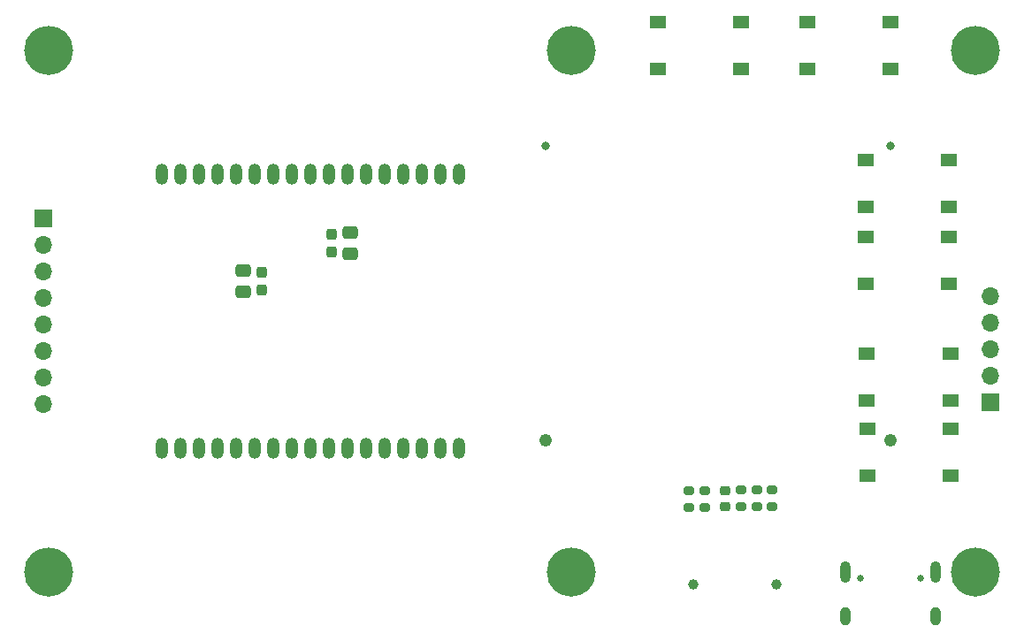
<source format=gbr>
%TF.GenerationSoftware,KiCad,Pcbnew,8.0.9*%
%TF.CreationDate,2025-03-06T21:03:41+08:00*%
%TF.ProjectId,CCD_Sensor_ZYNQ,4343445f-5365-46e7-936f-725f5a594e51,rev?*%
%TF.SameCoordinates,Original*%
%TF.FileFunction,Soldermask,Bot*%
%TF.FilePolarity,Negative*%
%FSLAX46Y46*%
G04 Gerber Fmt 4.6, Leading zero omitted, Abs format (unit mm)*
G04 Created by KiCad (PCBNEW 8.0.9) date 2025-03-06 21:03:41*
%MOMM*%
%LPD*%
G01*
G04 APERTURE LIST*
G04 Aperture macros list*
%AMRoundRect*
0 Rectangle with rounded corners*
0 $1 Rounding radius*
0 $2 $3 $4 $5 $6 $7 $8 $9 X,Y pos of 4 corners*
0 Add a 4 corners polygon primitive as box body*
4,1,4,$2,$3,$4,$5,$6,$7,$8,$9,$2,$3,0*
0 Add four circle primitives for the rounded corners*
1,1,$1+$1,$2,$3*
1,1,$1+$1,$4,$5*
1,1,$1+$1,$6,$7*
1,1,$1+$1,$8,$9*
0 Add four rect primitives between the rounded corners*
20,1,$1+$1,$2,$3,$4,$5,0*
20,1,$1+$1,$4,$5,$6,$7,0*
20,1,$1+$1,$6,$7,$8,$9,0*
20,1,$1+$1,$8,$9,$2,$3,0*%
G04 Aperture macros list end*
%ADD10C,4.700000*%
%ADD11C,0.999997*%
%ADD12C,0.650000*%
%ADD13O,1.000000X2.100000*%
%ADD14O,1.000000X1.800000*%
%ADD15C,0.830000*%
%ADD16C,1.230000*%
%ADD17R,1.700000X1.700000*%
%ADD18O,1.700000X1.700000*%
%ADD19R,1.550000X1.300000*%
%ADD20RoundRect,0.237500X-0.237500X0.300000X-0.237500X-0.300000X0.237500X-0.300000X0.237500X0.300000X0*%
%ADD21RoundRect,0.200000X0.275000X-0.200000X0.275000X0.200000X-0.275000X0.200000X-0.275000X-0.200000X0*%
%ADD22RoundRect,0.250000X-0.475000X0.337500X-0.475000X-0.337500X0.475000X-0.337500X0.475000X0.337500X0*%
%ADD23RoundRect,0.225000X0.250000X-0.225000X0.250000X0.225000X-0.250000X0.225000X-0.250000X-0.225000X0*%
%ADD24O,1.200000X2.000000*%
G04 APERTURE END LIST*
D10*
%TO.C,H6*%
X266650000Y-119002146D03*
%TD*%
%TO.C,H5*%
X266650000Y-69002146D03*
%TD*%
D11*
%TO.C,MICRO_SD1*%
X239656200Y-120180600D03*
X247631800Y-120180600D03*
%TD*%
D12*
%TO.C,J4*%
X255690000Y-119550000D03*
X261470000Y-119550000D03*
D13*
X254260000Y-119030000D03*
D14*
X254260000Y-123230000D03*
D13*
X262900000Y-119030000D03*
D14*
X262900000Y-123230000D03*
%TD*%
D10*
%TO.C,H1*%
X227989523Y-69002146D03*
%TD*%
%TO.C,H3*%
X227989523Y-119002146D03*
%TD*%
D15*
%TO.C,J2*%
X225550000Y-78200000D03*
D16*
X225550000Y-106400000D03*
%TD*%
D10*
%TO.C,H2*%
X177989523Y-69002146D03*
%TD*%
D15*
%TO.C,J1*%
X258570000Y-78200000D03*
D16*
X258570000Y-106400000D03*
%TD*%
D17*
%TO.C,J5*%
X268100000Y-102730000D03*
D18*
X268100000Y-100190000D03*
X268100000Y-97650000D03*
X268100000Y-95110000D03*
X268100000Y-92570000D03*
%TD*%
D17*
%TO.C,J3*%
X177450000Y-85127146D03*
D18*
X177450000Y-87667146D03*
X177450000Y-90207146D03*
X177450000Y-92747146D03*
X177450000Y-95287146D03*
X177450000Y-97827146D03*
X177450000Y-100367146D03*
X177450000Y-102907146D03*
%TD*%
D10*
%TO.C,H4*%
X177989523Y-119002146D03*
%TD*%
D19*
%TO.C,SW3*%
X264130000Y-86900000D03*
X256170000Y-86900000D03*
X264130000Y-91400000D03*
X256170000Y-91400000D03*
%TD*%
D20*
%TO.C,C27*%
X205058280Y-86635268D03*
X205058280Y-88360268D03*
%TD*%
D21*
%TO.C,R10*%
X239250000Y-112850000D03*
X239250000Y-111200000D03*
%TD*%
%TO.C,R5*%
X247250000Y-112750000D03*
X247250000Y-111100000D03*
%TD*%
D19*
%TO.C,SW5*%
X264300000Y-105250000D03*
X256340000Y-105250000D03*
X264300000Y-109750000D03*
X256340000Y-109750000D03*
%TD*%
D21*
%TO.C,R22*%
X240750000Y-112850000D03*
X240750000Y-111200000D03*
%TD*%
D22*
%TO.C,C28*%
X206858280Y-86472768D03*
X206858280Y-88547768D03*
%TD*%
D21*
%TO.C,R12*%
X244250000Y-112750000D03*
X244250000Y-111100000D03*
%TD*%
D19*
%TO.C,SW4*%
X264280000Y-98050000D03*
X256320000Y-98050000D03*
X264280000Y-102550000D03*
X256320000Y-102550000D03*
%TD*%
D21*
%TO.C,R8*%
X245750000Y-112750000D03*
X245750000Y-111100000D03*
%TD*%
D19*
%TO.C,SW6*%
X244230000Y-66300000D03*
X236270000Y-66300000D03*
X244230000Y-70800000D03*
X236270000Y-70800000D03*
%TD*%
%TO.C,SW1*%
X258530000Y-66300000D03*
X250570000Y-66300000D03*
X258530000Y-70800000D03*
X250570000Y-70800000D03*
%TD*%
D22*
%TO.C,C14*%
X196558280Y-90110268D03*
X196558280Y-92185268D03*
%TD*%
D23*
%TO.C,C41*%
X242750000Y-112750000D03*
X242750000Y-111200000D03*
%TD*%
D19*
%TO.C,SW2*%
X264180000Y-79550000D03*
X256220000Y-79550000D03*
X264180000Y-84050000D03*
X256220000Y-84050000D03*
%TD*%
D24*
%TO.C,ICX1*%
X217213523Y-107127146D03*
X215435523Y-107127146D03*
X213657523Y-107127146D03*
X211879523Y-107127146D03*
X210101523Y-107127146D03*
X208323523Y-107127146D03*
X206545523Y-107127146D03*
X204767523Y-107127146D03*
X202989523Y-107127146D03*
X201211523Y-107127146D03*
X199433523Y-107127146D03*
X197655523Y-107127146D03*
X195877523Y-107127146D03*
X194099523Y-107127146D03*
X192321523Y-107127146D03*
X190543523Y-107127146D03*
X188765523Y-107127146D03*
X188765523Y-80877146D03*
X190543523Y-80877146D03*
X192321523Y-80877146D03*
X194099523Y-80877146D03*
X195877523Y-80877146D03*
X197655523Y-80877146D03*
X199433523Y-80877146D03*
X201211523Y-80877146D03*
X202989523Y-80877146D03*
X204767523Y-80877146D03*
X206545523Y-80877146D03*
X208323523Y-80877146D03*
X210101523Y-80877146D03*
X211879523Y-80877146D03*
X213657523Y-80877146D03*
X215435523Y-80877146D03*
X217213523Y-80877146D03*
%TD*%
D20*
%TO.C,C13*%
X198408280Y-90285268D03*
X198408280Y-92010268D03*
%TD*%
M02*

</source>
